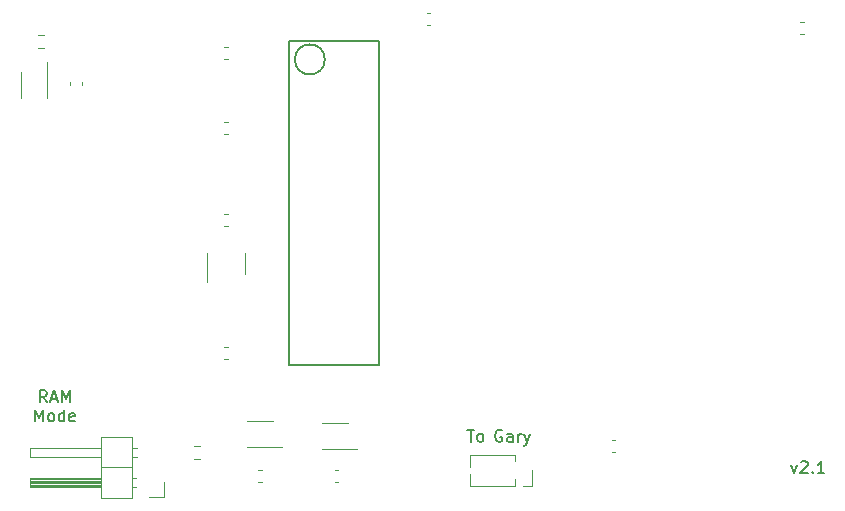
<source format=gto>
G04 #@! TF.GenerationSoftware,KiCad,Pcbnew,7.0.0-1.fc37*
G04 #@! TF.CreationDate,2023-02-19T18:56:11+00:00*
G04 #@! TF.ProjectId,Agnus,41676e75-732e-46b6-9963-61645f706362,rev?*
G04 #@! TF.SameCoordinates,Original*
G04 #@! TF.FileFunction,Legend,Top*
G04 #@! TF.FilePolarity,Positive*
%FSLAX46Y46*%
G04 Gerber Fmt 4.6, Leading zero omitted, Abs format (unit mm)*
G04 Created by KiCad (PCBNEW 7.0.0-1.fc37) date 2023-02-19 18:56:11*
%MOMM*%
%LPD*%
G01*
G04 APERTURE LIST*
%ADD10C,0.150000*%
%ADD11C,0.120000*%
G04 APERTURE END LIST*
D10*
X137654047Y-71249380D02*
X138225475Y-71249380D01*
X137939761Y-72249380D02*
X137939761Y-71249380D01*
X138701666Y-72249380D02*
X138606428Y-72201761D01*
X138606428Y-72201761D02*
X138558809Y-72154142D01*
X138558809Y-72154142D02*
X138511190Y-72058904D01*
X138511190Y-72058904D02*
X138511190Y-71773190D01*
X138511190Y-71773190D02*
X138558809Y-71677952D01*
X138558809Y-71677952D02*
X138606428Y-71630333D01*
X138606428Y-71630333D02*
X138701666Y-71582714D01*
X138701666Y-71582714D02*
X138844523Y-71582714D01*
X138844523Y-71582714D02*
X138939761Y-71630333D01*
X138939761Y-71630333D02*
X138987380Y-71677952D01*
X138987380Y-71677952D02*
X139034999Y-71773190D01*
X139034999Y-71773190D02*
X139034999Y-72058904D01*
X139034999Y-72058904D02*
X138987380Y-72154142D01*
X138987380Y-72154142D02*
X138939761Y-72201761D01*
X138939761Y-72201761D02*
X138844523Y-72249380D01*
X138844523Y-72249380D02*
X138701666Y-72249380D01*
X140587380Y-71297000D02*
X140492142Y-71249380D01*
X140492142Y-71249380D02*
X140349285Y-71249380D01*
X140349285Y-71249380D02*
X140206428Y-71297000D01*
X140206428Y-71297000D02*
X140111190Y-71392238D01*
X140111190Y-71392238D02*
X140063571Y-71487476D01*
X140063571Y-71487476D02*
X140015952Y-71677952D01*
X140015952Y-71677952D02*
X140015952Y-71820809D01*
X140015952Y-71820809D02*
X140063571Y-72011285D01*
X140063571Y-72011285D02*
X140111190Y-72106523D01*
X140111190Y-72106523D02*
X140206428Y-72201761D01*
X140206428Y-72201761D02*
X140349285Y-72249380D01*
X140349285Y-72249380D02*
X140444523Y-72249380D01*
X140444523Y-72249380D02*
X140587380Y-72201761D01*
X140587380Y-72201761D02*
X140634999Y-72154142D01*
X140634999Y-72154142D02*
X140634999Y-71820809D01*
X140634999Y-71820809D02*
X140444523Y-71820809D01*
X141492142Y-72249380D02*
X141492142Y-71725571D01*
X141492142Y-71725571D02*
X141444523Y-71630333D01*
X141444523Y-71630333D02*
X141349285Y-71582714D01*
X141349285Y-71582714D02*
X141158809Y-71582714D01*
X141158809Y-71582714D02*
X141063571Y-71630333D01*
X141492142Y-72201761D02*
X141396904Y-72249380D01*
X141396904Y-72249380D02*
X141158809Y-72249380D01*
X141158809Y-72249380D02*
X141063571Y-72201761D01*
X141063571Y-72201761D02*
X141015952Y-72106523D01*
X141015952Y-72106523D02*
X141015952Y-72011285D01*
X141015952Y-72011285D02*
X141063571Y-71916047D01*
X141063571Y-71916047D02*
X141158809Y-71868428D01*
X141158809Y-71868428D02*
X141396904Y-71868428D01*
X141396904Y-71868428D02*
X141492142Y-71820809D01*
X141968333Y-72249380D02*
X141968333Y-71582714D01*
X141968333Y-71773190D02*
X142015952Y-71677952D01*
X142015952Y-71677952D02*
X142063571Y-71630333D01*
X142063571Y-71630333D02*
X142158809Y-71582714D01*
X142158809Y-71582714D02*
X142254047Y-71582714D01*
X142492143Y-71582714D02*
X142730238Y-72249380D01*
X142968333Y-71582714D02*
X142730238Y-72249380D01*
X142730238Y-72249380D02*
X142635000Y-72487476D01*
X142635000Y-72487476D02*
X142587381Y-72535095D01*
X142587381Y-72535095D02*
X142492143Y-72582714D01*
X102052523Y-68899380D02*
X101719190Y-68423190D01*
X101481095Y-68899380D02*
X101481095Y-67899380D01*
X101481095Y-67899380D02*
X101862047Y-67899380D01*
X101862047Y-67899380D02*
X101957285Y-67947000D01*
X101957285Y-67947000D02*
X102004904Y-67994619D01*
X102004904Y-67994619D02*
X102052523Y-68089857D01*
X102052523Y-68089857D02*
X102052523Y-68232714D01*
X102052523Y-68232714D02*
X102004904Y-68327952D01*
X102004904Y-68327952D02*
X101957285Y-68375571D01*
X101957285Y-68375571D02*
X101862047Y-68423190D01*
X101862047Y-68423190D02*
X101481095Y-68423190D01*
X102433476Y-68613666D02*
X102909666Y-68613666D01*
X102338238Y-68899380D02*
X102671571Y-67899380D01*
X102671571Y-67899380D02*
X103004904Y-68899380D01*
X103338238Y-68899380D02*
X103338238Y-67899380D01*
X103338238Y-67899380D02*
X103671571Y-68613666D01*
X103671571Y-68613666D02*
X104004904Y-67899380D01*
X104004904Y-67899380D02*
X104004904Y-68899380D01*
X101076333Y-70519380D02*
X101076333Y-69519380D01*
X101076333Y-69519380D02*
X101409666Y-70233666D01*
X101409666Y-70233666D02*
X101742999Y-69519380D01*
X101742999Y-69519380D02*
X101742999Y-70519380D01*
X102362047Y-70519380D02*
X102266809Y-70471761D01*
X102266809Y-70471761D02*
X102219190Y-70424142D01*
X102219190Y-70424142D02*
X102171571Y-70328904D01*
X102171571Y-70328904D02*
X102171571Y-70043190D01*
X102171571Y-70043190D02*
X102219190Y-69947952D01*
X102219190Y-69947952D02*
X102266809Y-69900333D01*
X102266809Y-69900333D02*
X102362047Y-69852714D01*
X102362047Y-69852714D02*
X102504904Y-69852714D01*
X102504904Y-69852714D02*
X102600142Y-69900333D01*
X102600142Y-69900333D02*
X102647761Y-69947952D01*
X102647761Y-69947952D02*
X102695380Y-70043190D01*
X102695380Y-70043190D02*
X102695380Y-70328904D01*
X102695380Y-70328904D02*
X102647761Y-70424142D01*
X102647761Y-70424142D02*
X102600142Y-70471761D01*
X102600142Y-70471761D02*
X102504904Y-70519380D01*
X102504904Y-70519380D02*
X102362047Y-70519380D01*
X103552523Y-70519380D02*
X103552523Y-69519380D01*
X103552523Y-70471761D02*
X103457285Y-70519380D01*
X103457285Y-70519380D02*
X103266809Y-70519380D01*
X103266809Y-70519380D02*
X103171571Y-70471761D01*
X103171571Y-70471761D02*
X103123952Y-70424142D01*
X103123952Y-70424142D02*
X103076333Y-70328904D01*
X103076333Y-70328904D02*
X103076333Y-70043190D01*
X103076333Y-70043190D02*
X103123952Y-69947952D01*
X103123952Y-69947952D02*
X103171571Y-69900333D01*
X103171571Y-69900333D02*
X103266809Y-69852714D01*
X103266809Y-69852714D02*
X103457285Y-69852714D01*
X103457285Y-69852714D02*
X103552523Y-69900333D01*
X104409666Y-70471761D02*
X104314428Y-70519380D01*
X104314428Y-70519380D02*
X104123952Y-70519380D01*
X104123952Y-70519380D02*
X104028714Y-70471761D01*
X104028714Y-70471761D02*
X103981095Y-70376523D01*
X103981095Y-70376523D02*
X103981095Y-69995571D01*
X103981095Y-69995571D02*
X104028714Y-69900333D01*
X104028714Y-69900333D02*
X104123952Y-69852714D01*
X104123952Y-69852714D02*
X104314428Y-69852714D01*
X104314428Y-69852714D02*
X104409666Y-69900333D01*
X104409666Y-69900333D02*
X104457285Y-69995571D01*
X104457285Y-69995571D02*
X104457285Y-70090809D01*
X104457285Y-70090809D02*
X103981095Y-70186047D01*
X165093829Y-74224314D02*
X165331924Y-74890980D01*
X165331924Y-74890980D02*
X165570019Y-74224314D01*
X165903353Y-73986219D02*
X165950972Y-73938600D01*
X165950972Y-73938600D02*
X166046210Y-73890980D01*
X166046210Y-73890980D02*
X166284305Y-73890980D01*
X166284305Y-73890980D02*
X166379543Y-73938600D01*
X166379543Y-73938600D02*
X166427162Y-73986219D01*
X166427162Y-73986219D02*
X166474781Y-74081457D01*
X166474781Y-74081457D02*
X166474781Y-74176695D01*
X166474781Y-74176695D02*
X166427162Y-74319552D01*
X166427162Y-74319552D02*
X165855734Y-74890980D01*
X165855734Y-74890980D02*
X166474781Y-74890980D01*
X166903353Y-74795742D02*
X166950972Y-74843361D01*
X166950972Y-74843361D02*
X166903353Y-74890980D01*
X166903353Y-74890980D02*
X166855734Y-74843361D01*
X166855734Y-74843361D02*
X166903353Y-74795742D01*
X166903353Y-74795742D02*
X166903353Y-74890980D01*
X167903352Y-74890980D02*
X167331924Y-74890980D01*
X167617638Y-74890980D02*
X167617638Y-73890980D01*
X167617638Y-73890980D02*
X167522400Y-74033838D01*
X167522400Y-74033838D02*
X167427162Y-74129076D01*
X167427162Y-74129076D02*
X167331924Y-74176695D01*
D11*
X125366000Y-72859000D02*
X128366000Y-72859000D01*
X125366000Y-70659000D02*
X127566000Y-70659000D01*
X117367267Y-39829200D02*
X117074733Y-39829200D01*
X117367267Y-38809200D02*
X117074733Y-38809200D01*
X101345276Y-37831500D02*
X101854724Y-37831500D01*
X101345276Y-38876500D02*
X101854724Y-38876500D01*
X119016000Y-72732000D02*
X122016000Y-72732000D01*
X119016000Y-70532000D02*
X121216000Y-70532000D01*
X115062724Y-73674500D02*
X114553276Y-73674500D01*
X115062724Y-72629500D02*
X114553276Y-72629500D01*
X134512267Y-36959000D02*
X134219733Y-36959000D01*
X134512267Y-35939000D02*
X134219733Y-35939000D01*
X119969733Y-74678000D02*
X120262267Y-74678000D01*
X119969733Y-75698000D02*
X120262267Y-75698000D01*
X117367267Y-46230000D02*
X117074733Y-46230000D01*
X117367267Y-45210000D02*
X117074733Y-45210000D01*
X117367267Y-65280000D02*
X117074733Y-65280000D01*
X117367267Y-64260000D02*
X117074733Y-64260000D01*
X102065000Y-43137000D02*
X102065000Y-40137000D01*
X99865000Y-43137000D02*
X99865000Y-40937000D01*
X117074733Y-52957000D02*
X117367267Y-52957000D01*
X117074733Y-53977000D02*
X117367267Y-53977000D01*
X165842733Y-36701000D02*
X166135267Y-36701000D01*
X165842733Y-37721000D02*
X166135267Y-37721000D01*
X126446733Y-74678000D02*
X126739267Y-74678000D01*
X126446733Y-75698000D02*
X126739267Y-75698000D01*
D10*
X130175000Y-38354000D02*
X130175000Y-65786000D01*
X122555000Y-38354000D02*
X130175000Y-38354000D01*
X122555000Y-65786000D02*
X122555000Y-38354000D01*
X122555000Y-65786000D02*
X130175000Y-65786000D01*
X125603000Y-39878000D02*
G75*
G03*
X125603000Y-39878000I-1270000J0D01*
G01*
D11*
X118831000Y-58050000D02*
X118831000Y-56250000D01*
X115611000Y-56250000D02*
X115611000Y-58700000D01*
X150209467Y-73103200D02*
X149916933Y-73103200D01*
X150209467Y-72083200D02*
X149916933Y-72083200D01*
X141732000Y-73346000D02*
X137862000Y-73346000D01*
X141732000Y-73346000D02*
X141732000Y-73916000D01*
X137862000Y-73346000D02*
X137862000Y-74368470D01*
X143127000Y-74676000D02*
X143127000Y-76006000D01*
X137862000Y-74983530D02*
X137862000Y-76006000D01*
X141732000Y-75436000D02*
X141732000Y-76006000D01*
X143127000Y-76006000D02*
X142367000Y-76006000D01*
X141732000Y-76006000D02*
X137862000Y-76006000D01*
X112014000Y-76962000D02*
X110744000Y-76962000D01*
X112014000Y-75692000D02*
X112014000Y-76962000D01*
X109701071Y-73532000D02*
X109304000Y-73532000D01*
X109701071Y-72772000D02*
X109304000Y-72772000D01*
X109634000Y-76072000D02*
X109304000Y-76072000D01*
X109634000Y-75312000D02*
X109304000Y-75312000D01*
X109304000Y-77022000D02*
X109304000Y-71822000D01*
X109304000Y-74422000D02*
X106644000Y-74422000D01*
X109304000Y-71822000D02*
X106644000Y-71822000D01*
X106644000Y-77022000D02*
X109304000Y-77022000D01*
X106644000Y-76072000D02*
X100644000Y-76072000D01*
X106644000Y-76012000D02*
X100644000Y-76012000D01*
X106644000Y-75892000D02*
X100644000Y-75892000D01*
X106644000Y-75772000D02*
X100644000Y-75772000D01*
X106644000Y-75652000D02*
X100644000Y-75652000D01*
X106644000Y-75532000D02*
X100644000Y-75532000D01*
X106644000Y-75412000D02*
X100644000Y-75412000D01*
X106644000Y-73532000D02*
X100644000Y-73532000D01*
X106644000Y-71822000D02*
X106644000Y-77022000D01*
X100644000Y-76072000D02*
X100644000Y-75312000D01*
X100644000Y-75312000D02*
X106644000Y-75312000D01*
X100644000Y-73532000D02*
X100644000Y-72772000D01*
X100644000Y-72772000D02*
X106644000Y-72772000D01*
X104011000Y-42056267D02*
X104011000Y-41763733D01*
X105031000Y-42056267D02*
X105031000Y-41763733D01*
M02*

</source>
